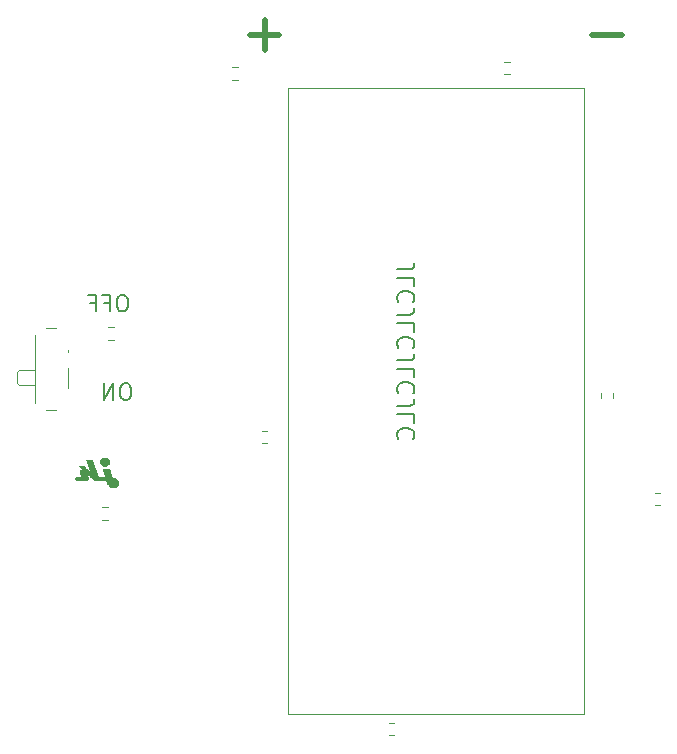
<source format=gbr>
%TF.GenerationSoftware,KiCad,Pcbnew,(5.1.10)-1*%
%TF.CreationDate,2021-10-20T07:50:51+02:00*%
%TF.ProjectId,TVZ_kuglica,54565a5f-6b75-4676-9c69-63612e6b6963,rev?*%
%TF.SameCoordinates,Original*%
%TF.FileFunction,Legend,Bot*%
%TF.FilePolarity,Positive*%
%FSLAX46Y46*%
G04 Gerber Fmt 4.6, Leading zero omitted, Abs format (unit mm)*
G04 Created by KiCad (PCBNEW (5.1.10)-1) date 2021-10-20 07:50:51*
%MOMM*%
%LPD*%
G01*
G04 APERTURE LIST*
%ADD10C,0.200000*%
%ADD11C,0.010000*%
%ADD12C,0.120000*%
%ADD13C,0.500000*%
G04 APERTURE END LIST*
D10*
X110616666Y-100983333D02*
X110350000Y-100983333D01*
X110216666Y-101050000D01*
X110083333Y-101183333D01*
X110016666Y-101450000D01*
X110016666Y-101916666D01*
X110083333Y-102183333D01*
X110216666Y-102316666D01*
X110350000Y-102383333D01*
X110616666Y-102383333D01*
X110750000Y-102316666D01*
X110883333Y-102183333D01*
X110950000Y-101916666D01*
X110950000Y-101450000D01*
X110883333Y-101183333D01*
X110750000Y-101050000D01*
X110616666Y-100983333D01*
X109416666Y-102383333D02*
X109416666Y-100983333D01*
X108616666Y-102383333D01*
X108616666Y-100983333D01*
X110333333Y-93483333D02*
X110066666Y-93483333D01*
X109933333Y-93550000D01*
X109800000Y-93683333D01*
X109733333Y-93950000D01*
X109733333Y-94416666D01*
X109800000Y-94683333D01*
X109933333Y-94816666D01*
X110066666Y-94883333D01*
X110333333Y-94883333D01*
X110466666Y-94816666D01*
X110600000Y-94683333D01*
X110666666Y-94416666D01*
X110666666Y-93950000D01*
X110600000Y-93683333D01*
X110466666Y-93550000D01*
X110333333Y-93483333D01*
X108666666Y-94150000D02*
X109133333Y-94150000D01*
X109133333Y-94883333D02*
X109133333Y-93483333D01*
X108466666Y-93483333D01*
X107466666Y-94150000D02*
X107933333Y-94150000D01*
X107933333Y-94883333D02*
X107933333Y-93483333D01*
X107266666Y-93483333D01*
X133428571Y-91321428D02*
X134500000Y-91321428D01*
X134714285Y-91250000D01*
X134857142Y-91107142D01*
X134928571Y-90892857D01*
X134928571Y-90750000D01*
X134928571Y-92750000D02*
X134928571Y-92035714D01*
X133428571Y-92035714D01*
X134785714Y-94107142D02*
X134857142Y-94035714D01*
X134928571Y-93821428D01*
X134928571Y-93678571D01*
X134857142Y-93464285D01*
X134714285Y-93321428D01*
X134571428Y-93250000D01*
X134285714Y-93178571D01*
X134071428Y-93178571D01*
X133785714Y-93250000D01*
X133642857Y-93321428D01*
X133500000Y-93464285D01*
X133428571Y-93678571D01*
X133428571Y-93821428D01*
X133500000Y-94035714D01*
X133571428Y-94107142D01*
X133428571Y-95178571D02*
X134500000Y-95178571D01*
X134714285Y-95107142D01*
X134857142Y-94964285D01*
X134928571Y-94750000D01*
X134928571Y-94607142D01*
X134928571Y-96607142D02*
X134928571Y-95892857D01*
X133428571Y-95892857D01*
X134785714Y-97964285D02*
X134857142Y-97892857D01*
X134928571Y-97678571D01*
X134928571Y-97535714D01*
X134857142Y-97321428D01*
X134714285Y-97178571D01*
X134571428Y-97107142D01*
X134285714Y-97035714D01*
X134071428Y-97035714D01*
X133785714Y-97107142D01*
X133642857Y-97178571D01*
X133500000Y-97321428D01*
X133428571Y-97535714D01*
X133428571Y-97678571D01*
X133500000Y-97892857D01*
X133571428Y-97964285D01*
X133428571Y-99035714D02*
X134500000Y-99035714D01*
X134714285Y-98964285D01*
X134857142Y-98821428D01*
X134928571Y-98607142D01*
X134928571Y-98464285D01*
X134928571Y-100464285D02*
X134928571Y-99750000D01*
X133428571Y-99750000D01*
X134785714Y-101821428D02*
X134857142Y-101750000D01*
X134928571Y-101535714D01*
X134928571Y-101392857D01*
X134857142Y-101178571D01*
X134714285Y-101035714D01*
X134571428Y-100964285D01*
X134285714Y-100892857D01*
X134071428Y-100892857D01*
X133785714Y-100964285D01*
X133642857Y-101035714D01*
X133500000Y-101178571D01*
X133428571Y-101392857D01*
X133428571Y-101535714D01*
X133500000Y-101750000D01*
X133571428Y-101821428D01*
X133428571Y-102892857D02*
X134500000Y-102892857D01*
X134714285Y-102821428D01*
X134857142Y-102678571D01*
X134928571Y-102464285D01*
X134928571Y-102321428D01*
X134928571Y-104321428D02*
X134928571Y-103607142D01*
X133428571Y-103607142D01*
X134785714Y-105678571D02*
X134857142Y-105607142D01*
X134928571Y-105392857D01*
X134928571Y-105250000D01*
X134857142Y-105035714D01*
X134714285Y-104892857D01*
X134571428Y-104821428D01*
X134285714Y-104750000D01*
X134071428Y-104750000D01*
X133785714Y-104821428D01*
X133642857Y-104892857D01*
X133500000Y-105035714D01*
X133428571Y-105250000D01*
X133428571Y-105392857D01*
X133500000Y-105607142D01*
X133571428Y-105678571D01*
D11*
%TO.C,G\u002A\u002A\u002A*%
G36*
X108665721Y-107260609D02*
G01*
X108618635Y-107264585D01*
X108587925Y-107270409D01*
X108530352Y-107291801D01*
X108473314Y-107323897D01*
X108420993Y-107363665D01*
X108377574Y-107408074D01*
X108355667Y-107438715D01*
X108330701Y-107494254D01*
X108317328Y-107556605D01*
X108315508Y-107621778D01*
X108325199Y-107685780D01*
X108346362Y-107744623D01*
X108358997Y-107767375D01*
X108401320Y-107821145D01*
X108455016Y-107868082D01*
X108516043Y-107905135D01*
X108569547Y-107926251D01*
X108605024Y-107933912D01*
X108648598Y-107939053D01*
X108695397Y-107941538D01*
X108740546Y-107941229D01*
X108779170Y-107937990D01*
X108803282Y-107932813D01*
X108875287Y-107904220D01*
X108934297Y-107870284D01*
X108982719Y-107829496D01*
X109001395Y-107808867D01*
X109037395Y-107759714D01*
X109060832Y-107711650D01*
X109073282Y-107659973D01*
X109076315Y-107599983D01*
X109075916Y-107586186D01*
X109073473Y-107547909D01*
X109068709Y-107518889D01*
X109060083Y-107492524D01*
X109047709Y-107465550D01*
X109009841Y-107406178D01*
X108959677Y-107353888D01*
X108900049Y-107310951D01*
X108833790Y-107279638D01*
X108804326Y-107270409D01*
X108765002Y-107263521D01*
X108716655Y-107260254D01*
X108665721Y-107260609D01*
G37*
X108665721Y-107260609D02*
X108618635Y-107264585D01*
X108587925Y-107270409D01*
X108530352Y-107291801D01*
X108473314Y-107323897D01*
X108420993Y-107363665D01*
X108377574Y-107408074D01*
X108355667Y-107438715D01*
X108330701Y-107494254D01*
X108317328Y-107556605D01*
X108315508Y-107621778D01*
X108325199Y-107685780D01*
X108346362Y-107744623D01*
X108358997Y-107767375D01*
X108401320Y-107821145D01*
X108455016Y-107868082D01*
X108516043Y-107905135D01*
X108569547Y-107926251D01*
X108605024Y-107933912D01*
X108648598Y-107939053D01*
X108695397Y-107941538D01*
X108740546Y-107941229D01*
X108779170Y-107937990D01*
X108803282Y-107932813D01*
X108875287Y-107904220D01*
X108934297Y-107870284D01*
X108982719Y-107829496D01*
X109001395Y-107808867D01*
X109037395Y-107759714D01*
X109060832Y-107711650D01*
X109073282Y-107659973D01*
X109076315Y-107599983D01*
X109075916Y-107586186D01*
X109073473Y-107547909D01*
X109068709Y-107518889D01*
X109060083Y-107492524D01*
X109047709Y-107465550D01*
X109009841Y-107406178D01*
X108959677Y-107353888D01*
X108900049Y-107310951D01*
X108833790Y-107279638D01*
X108804326Y-107270409D01*
X108765002Y-107263521D01*
X108716655Y-107260254D01*
X108665721Y-107260609D01*
G36*
X107338892Y-107426177D02*
G01*
X107280420Y-107426556D01*
X107235129Y-107427253D01*
X107201672Y-107428322D01*
X107178703Y-107429818D01*
X107164874Y-107431792D01*
X107158840Y-107434301D01*
X107158436Y-107436184D01*
X107161260Y-107444930D01*
X107168336Y-107467349D01*
X107179201Y-107501955D01*
X107193393Y-107547262D01*
X107210447Y-107601786D01*
X107229902Y-107664039D01*
X107251293Y-107732538D01*
X107274157Y-107805795D01*
X107298032Y-107882326D01*
X107322454Y-107960645D01*
X107346960Y-108039266D01*
X107371086Y-108116704D01*
X107394370Y-108191472D01*
X107416349Y-108262086D01*
X107436558Y-108327060D01*
X107454536Y-108384908D01*
X107469818Y-108434145D01*
X107481941Y-108473284D01*
X107490444Y-108500841D01*
X107493917Y-108512196D01*
X107495972Y-108518736D01*
X107497517Y-108524186D01*
X107497865Y-108527871D01*
X107496331Y-108529119D01*
X107492228Y-108527256D01*
X107484869Y-108521608D01*
X107473570Y-108511502D01*
X107457643Y-108496265D01*
X107436402Y-108475223D01*
X107409161Y-108447703D01*
X107375233Y-108413031D01*
X107333934Y-108370534D01*
X107284575Y-108319538D01*
X107226472Y-108259371D01*
X107158938Y-108189357D01*
X107081286Y-108108826D01*
X107053148Y-108079645D01*
X106914157Y-107935508D01*
X106743642Y-107934785D01*
X106573128Y-107934063D01*
X106656318Y-108019391D01*
X106694827Y-108058881D01*
X106739098Y-108104266D01*
X106783799Y-108150081D01*
X106823600Y-108190862D01*
X106825533Y-108192843D01*
X106911558Y-108280966D01*
X106822547Y-108286599D01*
X106761234Y-108292307D01*
X106713357Y-108301259D01*
X106676665Y-108314255D01*
X106648909Y-108332092D01*
X106627838Y-108355571D01*
X106627696Y-108355775D01*
X106616602Y-108373970D01*
X106608913Y-108392990D01*
X106604860Y-108414560D01*
X106604672Y-108440403D01*
X106608580Y-108472243D01*
X106616813Y-108511805D01*
X106629601Y-108560812D01*
X106647173Y-108620987D01*
X106669759Y-108694057D01*
X106674982Y-108710636D01*
X106692582Y-108766614D01*
X106708508Y-108817738D01*
X106722158Y-108862033D01*
X106732926Y-108897523D01*
X106740210Y-108922233D01*
X106743405Y-108934185D01*
X106743500Y-108934870D01*
X106735792Y-108936664D01*
X106713579Y-108938261D01*
X106678231Y-108939628D01*
X106631118Y-108940731D01*
X106573611Y-108941536D01*
X106507078Y-108942008D01*
X106449813Y-108942125D01*
X106363565Y-108942341D01*
X106291932Y-108942983D01*
X106235155Y-108944046D01*
X106193477Y-108945523D01*
X106167140Y-108947407D01*
X106156387Y-108949691D01*
X106156125Y-108950149D01*
X106159277Y-108961451D01*
X106167340Y-108981585D01*
X106173731Y-108995790D01*
X106205352Y-109045252D01*
X106250312Y-109088762D01*
X106306761Y-109124978D01*
X106372847Y-109152557D01*
X106401252Y-109160790D01*
X106414956Y-109163738D01*
X106431846Y-109166145D01*
X106453418Y-109168048D01*
X106481172Y-109169483D01*
X106516605Y-109170485D01*
X106561215Y-109171091D01*
X106616499Y-109171337D01*
X106683957Y-109171260D01*
X106765085Y-109170896D01*
X106808393Y-109170635D01*
X106893364Y-109170076D01*
X106963946Y-109169527D01*
X107021621Y-109168914D01*
X107067876Y-109168164D01*
X107104195Y-109167202D01*
X107132062Y-109165954D01*
X107152962Y-109164344D01*
X107168381Y-109162300D01*
X107179801Y-109159746D01*
X107188709Y-109156608D01*
X107196589Y-109152812D01*
X107199907Y-109151027D01*
X107225104Y-109132825D01*
X107247448Y-109109599D01*
X107251280Y-109104305D01*
X107262120Y-109085338D01*
X107267959Y-109065808D01*
X107270072Y-109039880D01*
X107270078Y-109018435D01*
X107269150Y-108999164D01*
X107266578Y-108978231D01*
X107261833Y-108953557D01*
X107254391Y-108923064D01*
X107243727Y-108884672D01*
X107229313Y-108836303D01*
X107210624Y-108775877D01*
X107200845Y-108744724D01*
X107183308Y-108688899D01*
X107167434Y-108638113D01*
X107153821Y-108594304D01*
X107143070Y-108559408D01*
X107135778Y-108535362D01*
X107132545Y-108524105D01*
X107132438Y-108523544D01*
X107137903Y-108527520D01*
X107153159Y-108540888D01*
X107176502Y-108562096D01*
X107206227Y-108589589D01*
X107240627Y-108621814D01*
X107249516Y-108630199D01*
X107287568Y-108665913D01*
X107334396Y-108709499D01*
X107386999Y-108758186D01*
X107442374Y-108809201D01*
X107497522Y-108859773D01*
X107545188Y-108903263D01*
X107610521Y-108962670D01*
X107665721Y-109012367D01*
X107712476Y-109053237D01*
X107752477Y-109086166D01*
X107787411Y-109112038D01*
X107818967Y-109131736D01*
X107848836Y-109146147D01*
X107878704Y-109156153D01*
X107910262Y-109162640D01*
X107945198Y-109166492D01*
X107985202Y-109168594D01*
X108031962Y-109169829D01*
X108055172Y-109170327D01*
X108109027Y-109171140D01*
X108153219Y-109171068D01*
X108186147Y-109170152D01*
X108206205Y-109168433D01*
X108211938Y-109166335D01*
X108209515Y-109155368D01*
X108203220Y-109134386D01*
X108196063Y-109112781D01*
X108187663Y-109087273D01*
X108181908Y-109067708D01*
X108180188Y-109059472D01*
X108185635Y-109060300D01*
X108199853Y-109069526D01*
X108217891Y-109083638D01*
X108257730Y-109113474D01*
X108298026Y-109135710D01*
X108345705Y-109154355D01*
X108360431Y-109158287D01*
X108380337Y-109161490D01*
X108407248Y-109164074D01*
X108442986Y-109166147D01*
X108489377Y-109167818D01*
X108548243Y-109169199D01*
X108610526Y-109170240D01*
X108838457Y-109173582D01*
X108874915Y-109285743D01*
X108909114Y-109380680D01*
X108946014Y-109461757D01*
X108987047Y-109530936D01*
X109033642Y-109590179D01*
X109087229Y-109641450D01*
X109149238Y-109686712D01*
X109181244Y-109706206D01*
X109236762Y-109733073D01*
X109299737Y-109754851D01*
X109366720Y-109771042D01*
X109434261Y-109781147D01*
X109498908Y-109784668D01*
X109557213Y-109781106D01*
X109605725Y-109769963D01*
X109610420Y-109768211D01*
X109667550Y-109740076D01*
X109714285Y-109703422D01*
X109753330Y-109655707D01*
X109780650Y-109608257D01*
X109802334Y-109557599D01*
X109815786Y-109506239D01*
X109822196Y-109448633D01*
X109822851Y-109422344D01*
X109533307Y-109422344D01*
X109533075Y-109459315D01*
X109531622Y-109484720D01*
X109528077Y-109502861D01*
X109521566Y-109518043D01*
X109511219Y-109534570D01*
X109510282Y-109535956D01*
X109494868Y-109556116D01*
X109485033Y-109562454D01*
X109481380Y-109559768D01*
X109477427Y-109549525D01*
X109469412Y-109526389D01*
X109458081Y-109492596D01*
X109444178Y-109450382D01*
X109428449Y-109401985D01*
X109417802Y-109368908D01*
X109401780Y-109318243D01*
X109387811Y-109272724D01*
X109376514Y-109234480D01*
X109368509Y-109205640D01*
X109364412Y-109188335D01*
X109364160Y-109184257D01*
X109374942Y-109183591D01*
X109394220Y-109190568D01*
X109417957Y-109203087D01*
X109442116Y-109219048D01*
X109460796Y-109234535D01*
X109483000Y-109259597D01*
X109504350Y-109289783D01*
X109512199Y-109303281D01*
X109522102Y-109323828D01*
X109528327Y-109343076D01*
X109531709Y-109365752D01*
X109533089Y-109396582D01*
X109533307Y-109422344D01*
X109822851Y-109422344D01*
X109823156Y-109410121D01*
X109818662Y-109330831D01*
X109804141Y-109261654D01*
X109778354Y-109199482D01*
X109740065Y-109141208D01*
X109696427Y-109092077D01*
X109661668Y-109058816D01*
X109630514Y-109034095D01*
X109597140Y-109013682D01*
X109569250Y-108999648D01*
X109497429Y-108970834D01*
X109424607Y-108951385D01*
X109355738Y-108942536D01*
X109339015Y-108942125D01*
X109293289Y-108942125D01*
X109241388Y-108781391D01*
X109224109Y-108727869D01*
X109203353Y-108663557D01*
X109180513Y-108592775D01*
X109156982Y-108519841D01*
X109134155Y-108449076D01*
X109119733Y-108404359D01*
X109049980Y-108188062D01*
X108793678Y-108188063D01*
X108731701Y-108188257D01*
X108675123Y-108188809D01*
X108625812Y-108189670D01*
X108585639Y-108190794D01*
X108556475Y-108192131D01*
X108540188Y-108193635D01*
X108537375Y-108194602D01*
X108539682Y-108203261D01*
X108546296Y-108225572D01*
X108556758Y-108260045D01*
X108570609Y-108305189D01*
X108587390Y-108359513D01*
X108606641Y-108421528D01*
X108627905Y-108489742D01*
X108650720Y-108562665D01*
X108652469Y-108568245D01*
X108675363Y-108641334D01*
X108696741Y-108709717D01*
X108716146Y-108771920D01*
X108733120Y-108826467D01*
X108747206Y-108871886D01*
X108757944Y-108906703D01*
X108764877Y-108929442D01*
X108767547Y-108938630D01*
X108767563Y-108938737D01*
X108759908Y-108939482D01*
X108738072Y-108940170D01*
X108703750Y-108940783D01*
X108658635Y-108941303D01*
X108604422Y-108941711D01*
X108542806Y-108941989D01*
X108475480Y-108942118D01*
X108455283Y-108942125D01*
X108143004Y-108942125D01*
X107669228Y-107426063D01*
X107411890Y-107426063D01*
X107338892Y-107426177D01*
G37*
X107338892Y-107426177D02*
X107280420Y-107426556D01*
X107235129Y-107427253D01*
X107201672Y-107428322D01*
X107178703Y-107429818D01*
X107164874Y-107431792D01*
X107158840Y-107434301D01*
X107158436Y-107436184D01*
X107161260Y-107444930D01*
X107168336Y-107467349D01*
X107179201Y-107501955D01*
X107193393Y-107547262D01*
X107210447Y-107601786D01*
X107229902Y-107664039D01*
X107251293Y-107732538D01*
X107274157Y-107805795D01*
X107298032Y-107882326D01*
X107322454Y-107960645D01*
X107346960Y-108039266D01*
X107371086Y-108116704D01*
X107394370Y-108191472D01*
X107416349Y-108262086D01*
X107436558Y-108327060D01*
X107454536Y-108384908D01*
X107469818Y-108434145D01*
X107481941Y-108473284D01*
X107490444Y-108500841D01*
X107493917Y-108512196D01*
X107495972Y-108518736D01*
X107497517Y-108524186D01*
X107497865Y-108527871D01*
X107496331Y-108529119D01*
X107492228Y-108527256D01*
X107484869Y-108521608D01*
X107473570Y-108511502D01*
X107457643Y-108496265D01*
X107436402Y-108475223D01*
X107409161Y-108447703D01*
X107375233Y-108413031D01*
X107333934Y-108370534D01*
X107284575Y-108319538D01*
X107226472Y-108259371D01*
X107158938Y-108189357D01*
X107081286Y-108108826D01*
X107053148Y-108079645D01*
X106914157Y-107935508D01*
X106743642Y-107934785D01*
X106573128Y-107934063D01*
X106656318Y-108019391D01*
X106694827Y-108058881D01*
X106739098Y-108104266D01*
X106783799Y-108150081D01*
X106823600Y-108190862D01*
X106825533Y-108192843D01*
X106911558Y-108280966D01*
X106822547Y-108286599D01*
X106761234Y-108292307D01*
X106713357Y-108301259D01*
X106676665Y-108314255D01*
X106648909Y-108332092D01*
X106627838Y-108355571D01*
X106627696Y-108355775D01*
X106616602Y-108373970D01*
X106608913Y-108392990D01*
X106604860Y-108414560D01*
X106604672Y-108440403D01*
X106608580Y-108472243D01*
X106616813Y-108511805D01*
X106629601Y-108560812D01*
X106647173Y-108620987D01*
X106669759Y-108694057D01*
X106674982Y-108710636D01*
X106692582Y-108766614D01*
X106708508Y-108817738D01*
X106722158Y-108862033D01*
X106732926Y-108897523D01*
X106740210Y-108922233D01*
X106743405Y-108934185D01*
X106743500Y-108934870D01*
X106735792Y-108936664D01*
X106713579Y-108938261D01*
X106678231Y-108939628D01*
X106631118Y-108940731D01*
X106573611Y-108941536D01*
X106507078Y-108942008D01*
X106449813Y-108942125D01*
X106363565Y-108942341D01*
X106291932Y-108942983D01*
X106235155Y-108944046D01*
X106193477Y-108945523D01*
X106167140Y-108947407D01*
X106156387Y-108949691D01*
X106156125Y-108950149D01*
X106159277Y-108961451D01*
X106167340Y-108981585D01*
X106173731Y-108995790D01*
X106205352Y-109045252D01*
X106250312Y-109088762D01*
X106306761Y-109124978D01*
X106372847Y-109152557D01*
X106401252Y-109160790D01*
X106414956Y-109163738D01*
X106431846Y-109166145D01*
X106453418Y-109168048D01*
X106481172Y-109169483D01*
X106516605Y-109170485D01*
X106561215Y-109171091D01*
X106616499Y-109171337D01*
X106683957Y-109171260D01*
X106765085Y-109170896D01*
X106808393Y-109170635D01*
X106893364Y-109170076D01*
X106963946Y-109169527D01*
X107021621Y-109168914D01*
X107067876Y-109168164D01*
X107104195Y-109167202D01*
X107132062Y-109165954D01*
X107152962Y-109164344D01*
X107168381Y-109162300D01*
X107179801Y-109159746D01*
X107188709Y-109156608D01*
X107196589Y-109152812D01*
X107199907Y-109151027D01*
X107225104Y-109132825D01*
X107247448Y-109109599D01*
X107251280Y-109104305D01*
X107262120Y-109085338D01*
X107267959Y-109065808D01*
X107270072Y-109039880D01*
X107270078Y-109018435D01*
X107269150Y-108999164D01*
X107266578Y-108978231D01*
X107261833Y-108953557D01*
X107254391Y-108923064D01*
X107243727Y-108884672D01*
X107229313Y-108836303D01*
X107210624Y-108775877D01*
X107200845Y-108744724D01*
X107183308Y-108688899D01*
X107167434Y-108638113D01*
X107153821Y-108594304D01*
X107143070Y-108559408D01*
X107135778Y-108535362D01*
X107132545Y-108524105D01*
X107132438Y-108523544D01*
X107137903Y-108527520D01*
X107153159Y-108540888D01*
X107176502Y-108562096D01*
X107206227Y-108589589D01*
X107240627Y-108621814D01*
X107249516Y-108630199D01*
X107287568Y-108665913D01*
X107334396Y-108709499D01*
X107386999Y-108758186D01*
X107442374Y-108809201D01*
X107497522Y-108859773D01*
X107545188Y-108903263D01*
X107610521Y-108962670D01*
X107665721Y-109012367D01*
X107712476Y-109053237D01*
X107752477Y-109086166D01*
X107787411Y-109112038D01*
X107818967Y-109131736D01*
X107848836Y-109146147D01*
X107878704Y-109156153D01*
X107910262Y-109162640D01*
X107945198Y-109166492D01*
X107985202Y-109168594D01*
X108031962Y-109169829D01*
X108055172Y-109170327D01*
X108109027Y-109171140D01*
X108153219Y-109171068D01*
X108186147Y-109170152D01*
X108206205Y-109168433D01*
X108211938Y-109166335D01*
X108209515Y-109155368D01*
X108203220Y-109134386D01*
X108196063Y-109112781D01*
X108187663Y-109087273D01*
X108181908Y-109067708D01*
X108180188Y-109059472D01*
X108185635Y-109060300D01*
X108199853Y-109069526D01*
X108217891Y-109083638D01*
X108257730Y-109113474D01*
X108298026Y-109135710D01*
X108345705Y-109154355D01*
X108360431Y-109158287D01*
X108380337Y-109161490D01*
X108407248Y-109164074D01*
X108442986Y-109166147D01*
X108489377Y-109167818D01*
X108548243Y-109169199D01*
X108610526Y-109170240D01*
X108838457Y-109173582D01*
X108874915Y-109285743D01*
X108909114Y-109380680D01*
X108946014Y-109461757D01*
X108987047Y-109530936D01*
X109033642Y-109590179D01*
X109087229Y-109641450D01*
X109149238Y-109686712D01*
X109181244Y-109706206D01*
X109236762Y-109733073D01*
X109299737Y-109754851D01*
X109366720Y-109771042D01*
X109434261Y-109781147D01*
X109498908Y-109784668D01*
X109557213Y-109781106D01*
X109605725Y-109769963D01*
X109610420Y-109768211D01*
X109667550Y-109740076D01*
X109714285Y-109703422D01*
X109753330Y-109655707D01*
X109780650Y-109608257D01*
X109802334Y-109557599D01*
X109815786Y-109506239D01*
X109822196Y-109448633D01*
X109822851Y-109422344D01*
X109533307Y-109422344D01*
X109533075Y-109459315D01*
X109531622Y-109484720D01*
X109528077Y-109502861D01*
X109521566Y-109518043D01*
X109511219Y-109534570D01*
X109510282Y-109535956D01*
X109494868Y-109556116D01*
X109485033Y-109562454D01*
X109481380Y-109559768D01*
X109477427Y-109549525D01*
X109469412Y-109526389D01*
X109458081Y-109492596D01*
X109444178Y-109450382D01*
X109428449Y-109401985D01*
X109417802Y-109368908D01*
X109401780Y-109318243D01*
X109387811Y-109272724D01*
X109376514Y-109234480D01*
X109368509Y-109205640D01*
X109364412Y-109188335D01*
X109364160Y-109184257D01*
X109374942Y-109183591D01*
X109394220Y-109190568D01*
X109417957Y-109203087D01*
X109442116Y-109219048D01*
X109460796Y-109234535D01*
X109483000Y-109259597D01*
X109504350Y-109289783D01*
X109512199Y-109303281D01*
X109522102Y-109323828D01*
X109528327Y-109343076D01*
X109531709Y-109365752D01*
X109533089Y-109396582D01*
X109533307Y-109422344D01*
X109822851Y-109422344D01*
X109823156Y-109410121D01*
X109818662Y-109330831D01*
X109804141Y-109261654D01*
X109778354Y-109199482D01*
X109740065Y-109141208D01*
X109696427Y-109092077D01*
X109661668Y-109058816D01*
X109630514Y-109034095D01*
X109597140Y-109013682D01*
X109569250Y-108999648D01*
X109497429Y-108970834D01*
X109424607Y-108951385D01*
X109355738Y-108942536D01*
X109339015Y-108942125D01*
X109293289Y-108942125D01*
X109241388Y-108781391D01*
X109224109Y-108727869D01*
X109203353Y-108663557D01*
X109180513Y-108592775D01*
X109156982Y-108519841D01*
X109134155Y-108449076D01*
X109119733Y-108404359D01*
X109049980Y-108188062D01*
X108793678Y-108188063D01*
X108731701Y-108188257D01*
X108675123Y-108188809D01*
X108625812Y-108189670D01*
X108585639Y-108190794D01*
X108556475Y-108192131D01*
X108540188Y-108193635D01*
X108537375Y-108194602D01*
X108539682Y-108203261D01*
X108546296Y-108225572D01*
X108556758Y-108260045D01*
X108570609Y-108305189D01*
X108587390Y-108359513D01*
X108606641Y-108421528D01*
X108627905Y-108489742D01*
X108650720Y-108562665D01*
X108652469Y-108568245D01*
X108675363Y-108641334D01*
X108696741Y-108709717D01*
X108716146Y-108771920D01*
X108733120Y-108826467D01*
X108747206Y-108871886D01*
X108757944Y-108906703D01*
X108764877Y-108929442D01*
X108767547Y-108938630D01*
X108767563Y-108938737D01*
X108759908Y-108939482D01*
X108738072Y-108940170D01*
X108703750Y-108940783D01*
X108658635Y-108941303D01*
X108604422Y-108941711D01*
X108542806Y-108941989D01*
X108475480Y-108942118D01*
X108455283Y-108942125D01*
X108143004Y-108942125D01*
X107669228Y-107426063D01*
X107411890Y-107426063D01*
X107338892Y-107426177D01*
D12*
%TO.C,SW1*%
X105620000Y-98350000D02*
X105620000Y-98150000D01*
X101480000Y-101150000D02*
X101270000Y-100950000D01*
X101480000Y-99850000D02*
X101270000Y-100050000D01*
X102770000Y-101150000D02*
X101480000Y-101150000D01*
X101270000Y-100950000D02*
X101270000Y-100050000D01*
X101480000Y-99850000D02*
X102770000Y-99850000D01*
X102770000Y-102600000D02*
X102770000Y-96900000D01*
X105620000Y-101350000D02*
X105620000Y-99650000D01*
X104570000Y-103200000D02*
X103780000Y-103200000D01*
X103780000Y-96300000D02*
X104570000Y-96300000D01*
D13*
%TO.C,BT1*%
X152500000Y-71500000D02*
X150000000Y-71500000D01*
X121000000Y-71500000D02*
X123500000Y-71500000D01*
X122250000Y-72750000D02*
X122250000Y-70250000D01*
D12*
X124250000Y-129000000D02*
X124250000Y-76000000D01*
X149250000Y-76000000D02*
X124250000Y-76000000D01*
X149250000Y-129000000D02*
X149250000Y-76000000D01*
X124250000Y-129000000D02*
X149250000Y-129000000D01*
%TO.C,R1*%
X109012742Y-96227500D02*
X109487258Y-96227500D01*
X109012742Y-97272500D02*
X109487258Y-97272500D01*
%TO.C,R2*%
X119512742Y-75272500D02*
X119987258Y-75272500D01*
X119512742Y-74227500D02*
X119987258Y-74227500D01*
%TO.C,R3*%
X142512742Y-73727500D02*
X142987258Y-73727500D01*
X142512742Y-74772500D02*
X142987258Y-74772500D01*
%TO.C,R4*%
X122012742Y-106022500D02*
X122487258Y-106022500D01*
X122012742Y-104977500D02*
X122487258Y-104977500D01*
%TO.C,R5*%
X108512742Y-111477500D02*
X108987258Y-111477500D01*
X108512742Y-112522500D02*
X108987258Y-112522500D01*
%TO.C,R6*%
X132762742Y-130772500D02*
X133237258Y-130772500D01*
X132762742Y-129727500D02*
X133237258Y-129727500D01*
%TO.C,R7*%
X155262742Y-110227500D02*
X155737258Y-110227500D01*
X155262742Y-111272500D02*
X155737258Y-111272500D01*
%TO.C,R8*%
X151772500Y-102237258D02*
X151772500Y-101762742D01*
X150727500Y-102237258D02*
X150727500Y-101762742D01*
%TD*%
M02*

</source>
